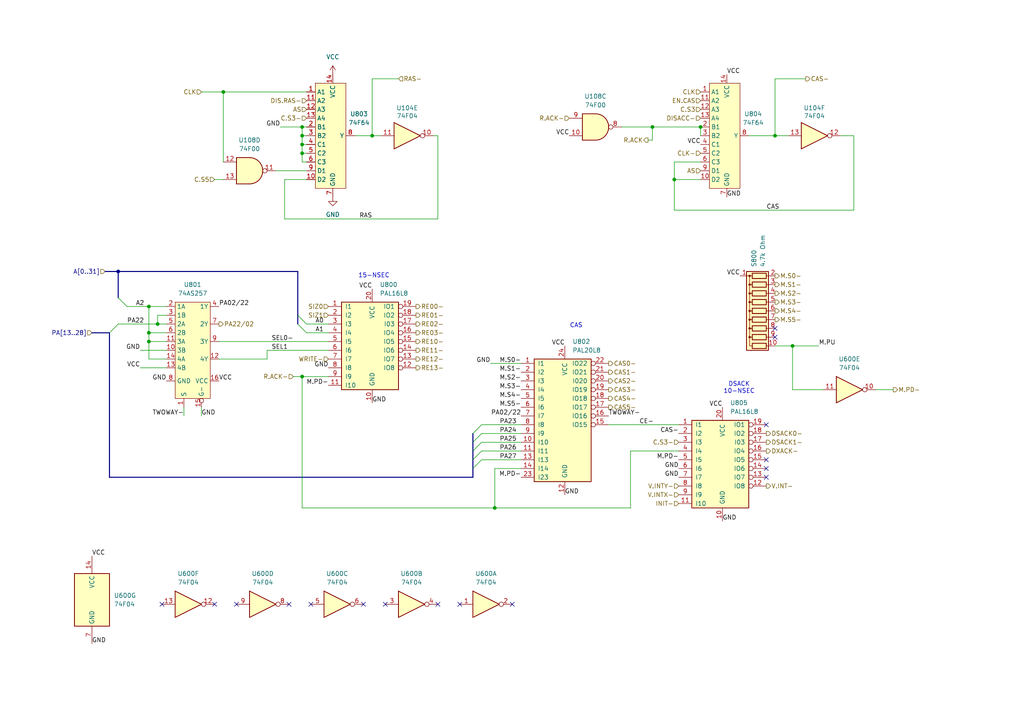
<source format=kicad_sch>
(kicad_sch (version 20231120) (generator "eeschema") (generator_version "8.0")
  (paper "A4")
  (title_block (title "Memory refresh") (date "2025-03-07") (rev "1"))
  (lib_symbols
    (symbol "Device:R_Network09" (pin_names (offset 0) hide)
      (property "Reference" "RN" (at -12.7 0 90))
      (property "Value" "R_Network09" (at 12.7 0 90))
      (symbol "R_Network09_0_1"
        (rectangle (start -11.43 -3.175) (end 11.43 3.175) (stroke (width 0.254)) (fill (type background)))
        (rectangle (start -10.922 1.524) (end -9.398 -2.54) (stroke (width 0.254)))
        (circle (center -10.16 2.286) (radius 0.254) (fill (type outline)))
        (rectangle (start -8.382 1.524) (end -6.858 -2.54) (stroke (width 0.254)))
        (circle (center -7.62 2.286) (radius 0.254) (fill (type outline)))
        (rectangle (start -5.842 1.524) (end -4.318 -2.54) (stroke (width 0.254)))
        (circle (center -5.08 2.286) (radius 0.254) (fill (type outline)))
        (rectangle (start -3.302 1.524) (end -1.778 -2.54) (stroke (width 0.254)))
        (circle (center -2.54 2.286) (radius 0.254) (fill (type outline)))
        (rectangle (start -0.762 1.524) (end 0.762 -2.54) (stroke (width 0.254)))
        (polyline (pts (xy -10.16 -2.54) (xy -10.16 -3.81)))
        (polyline (pts (xy -7.62 -2.54) (xy -7.62 -3.81)))
        (polyline (pts (xy -5.08 -2.54) (xy -5.08 -3.81)))
        (polyline (pts (xy -2.54 -2.54) (xy -2.54 -3.81)))
        (polyline (pts (xy 0 -2.54) (xy 0 -3.81)))
        (polyline (pts (xy 2.54 -2.54) (xy 2.54 -3.81)))
        (polyline (pts (xy 5.08 -2.54) (xy 5.08 -3.81)))
        (polyline (pts (xy 7.62 -2.54) (xy 7.62 -3.81)))
        (polyline (pts (xy 10.16 -2.54) (xy 10.16 -3.81)))
        (polyline (pts (xy -10.16 1.524) (xy -10.16 2.286) (xy -7.62 2.286) (xy -7.62 1.524)))
        (polyline (pts (xy -7.62 1.524) (xy -7.62 2.286) (xy -5.08 2.286) (xy -5.08 1.524)))
        (polyline (pts (xy -5.08 1.524) (xy -5.08 2.286) (xy -2.54 2.286) (xy -2.54 1.524)))
        (polyline (pts (xy -2.54 1.524) (xy -2.54 2.286) (xy 0 2.286) (xy 0 1.524)))
        (polyline (pts (xy 0 1.524) (xy 0 2.286) (xy 2.54 2.286) (xy 2.54 1.524)))
        (polyline (pts (xy 2.54 1.524) (xy 2.54 2.286) (xy 5.08 2.286) (xy 5.08 1.524)))
        (polyline (pts (xy 5.08 1.524) (xy 5.08 2.286) (xy 7.62 2.286) (xy 7.62 1.524)))
        (polyline (pts (xy 7.62 1.524) (xy 7.62 2.286) (xy 10.16 2.286) (xy 10.16 1.524)))
        (circle (center 0 2.286) (radius 0.254) (fill (type outline)))
        (rectangle (start 1.778 1.524) (end 3.302 -2.54) (stroke (width 0.254)))
        (circle (center 2.54 2.286) (radius 0.254) (fill (type outline)))
        (rectangle (start 4.318 1.524) (end 5.842 -2.54) (stroke (width 0.254)))
        (circle (center 5.08 2.286) (radius 0.254) (fill (type outline)))
        (rectangle (start 6.858 1.524) (end 8.382 -2.54) (stroke (width 0.254)))
        (circle (center 7.62 2.286) (radius 0.254) (fill (type outline)))
        (rectangle (start 9.398 1.524) (end 10.922 -2.54) (stroke (width 0.254)))
      )
      (symbol "R_Network09_1_1"
        (pin passive line (at -10.16 5.08 270) (length 2.54) (name "common") (number "1"))
        (pin passive line (at 10.16 -5.08 90) (length 1.27) (name "R9") (number "10"))
        (pin passive line (at -10.16 -5.08 90) (length 1.27) (name "R1") (number "2"))
        (pin passive line (at -7.62 -5.08 90) (length 1.27) (name "R2") (number "3"))
        (pin passive line (at -5.08 -5.08 90) (length 1.27) (name "R3") (number "4"))
        (pin passive line (at -2.54 -5.08 90) (length 1.27) (name "R4") (number "5"))
        (pin passive line (at 0 -5.08 90) (length 1.27) (name "R5") (number "6"))
        (pin passive line (at 2.54 -5.08 90) (length 1.27) (name "R6") (number "7"))
        (pin passive line (at 5.08 -5.08 90) (length 1.27) (name "R7") (number "8"))
        (pin passive line (at 7.62 -5.08 90) (length 1.27) (name "R8") (number "9"))
      )
    )
    (symbol "Logic_Programmable:PAL16L8" (pin_names (offset 1.016))
      (property "Reference" "U" (at -8.89 16.51 0))
      (property "Value" "PAL16L8" (at 1.27 16.51 0))
      (symbol "PAL16L8_0_0"
        (pin power_in line (at 0 -15.24 90) (length 3.81) (name "GND") (number "10"))
        (pin power_in line (at 0 17.78 270) (length 3.81) (name "VCC") (number "20"))
      )
      (symbol "PAL16L8_0_1"
        (rectangle (start -8.89 13.97) (end 7.62 -11.43) (stroke (width 0.254)) (fill (type background)))
      )
      (symbol "PAL16L8_1_1"
        (pin input line (at -12.7 12.7 0) (length 3.81) (name "I1") (number "1"))
        (pin input line (at -12.7 -10.16 0) (length 3.81) (name "I10") (number "11"))
        (pin tri_state inverted (at 12.7 -5.08 180) (length 5.08) (name "IO8") (number "12"))
        (pin tri_state inverted (at 12.7 -2.54 180) (length 5.08) (name "IO7") (number "13"))
        (pin tri_state inverted (at 12.7 0 180) (length 5.08) (name "IO6") (number "14"))
        (pin tri_state inverted (at 12.7 2.54 180) (length 5.08) (name "IO5") (number "15"))
        (pin tri_state inverted (at 12.7 5.08 180) (length 5.08) (name "IO4") (number "16"))
        (pin tri_state inverted (at 12.7 7.62 180) (length 5.08) (name "I03") (number "17"))
        (pin tri_state inverted (at 12.7 10.16 180) (length 5.08) (name "IO2") (number "18"))
        (pin tri_state inverted (at 12.7 12.7 180) (length 5.08) (name "IO1") (number "19"))
        (pin input line (at -12.7 10.16 0) (length 3.81) (name "I2") (number "2"))
        (pin input line (at -12.7 7.62 0) (length 3.81) (name "I3") (number "3"))
        (pin input line (at -12.7 5.08 0) (length 3.81) (name "I4") (number "4"))
        (pin input line (at -12.7 2.54 0) (length 3.81) (name "I5") (number "5"))
        (pin input line (at -12.7 0 0) (length 3.81) (name "I6") (number "6"))
        (pin input line (at -12.7 -2.54 0) (length 3.81) (name "I7") (number "7"))
        (pin input line (at -12.7 -5.08 0) (length 3.81) (name "I8") (number "8"))
        (pin input line (at -12.7 -7.62 0) (length 3.81) (name "I9") (number "9"))
      )
    )
    (symbol "Logic_Programmable:PAL20L8" (pin_names (offset 1.016))
      (property "Reference" "U" (at -8.89 21.59 0))
      (property "Value" "PAL20L8" (at 1.27 21.59 0))
      (symbol "PAL20L8_0_0"
        (pin power_in line (at 0 -20.32 90) (length 3.81) (name "GND") (number "12"))
        (pin power_in line (at 0 22.86 270) (length 3.81) (name "VCC") (number "24"))
      )
      (symbol "PAL20L8_0_1"
        (rectangle (start -8.89 19.05) (end 7.62 -16.51) (stroke (width 0.254)) (fill (type background)))
      )
      (symbol "PAL20L8_1_1"
        (pin input line (at -12.7 17.78 0) (length 3.81) (name "I1") (number "1"))
        (pin input line (at -12.7 -5.08 0) (length 3.81) (name "I10") (number "10"))
        (pin input line (at -12.7 -7.62 0) (length 3.81) (name "I11") (number "11"))
        (pin input line (at -12.7 -10.16 0) (length 3.81) (name "I13") (number "13"))
        (pin input line (at -12.7 -12.7 0) (length 3.81) (name "I14") (number "14"))
        (pin tri_state inverted (at 12.7 0 180) (length 5.08) (name "IO15") (number "15"))
        (pin tri_state inverted (at 12.7 2.54 180) (length 5.08) (name "IO16") (number "16"))
        (pin tri_state inverted (at 12.7 5.08 180) (length 5.08) (name "IO17") (number "17"))
        (pin tri_state inverted (at 12.7 7.62 180) (length 5.08) (name "IO18") (number "18"))
        (pin tri_state inverted (at 12.7 10.16 180) (length 5.08) (name "IO19") (number "19"))
        (pin input line (at -12.7 15.24 0) (length 3.81) (name "I2") (number "2"))
        (pin tri_state inverted (at 12.7 12.7 180) (length 5.08) (name "I020") (number "20"))
        (pin tri_state inverted (at 12.7 15.24 180) (length 5.08) (name "IO21") (number "21"))
        (pin tri_state inverted (at 12.7 17.78 180) (length 5.08) (name "IO22") (number "22"))
        (pin input line (at -12.7 -15.24 0) (length 3.81) (name "I23") (number "23"))
        (pin input line (at -12.7 12.7 0) (length 3.81) (name "I3") (number "3"))
        (pin input line (at -12.7 10.16 0) (length 3.81) (name "I4") (number "4"))
        (pin input line (at -12.7 7.62 0) (length 3.81) (name "I5") (number "5"))
        (pin input line (at -12.7 5.08 0) (length 3.81) (name "I6") (number "6"))
        (pin input line (at -12.7 2.54 0) (length 3.81) (name "I7") (number "7"))
        (pin input line (at -12.7 0 0) (length 3.81) (name "I8") (number "8"))
        (pin input line (at -12.7 -2.54 0) (length 3.81) (name "I9") (number "9"))
      )
    )
    (symbol "custom:74AS257"
      (property "Reference" "U" (at 0 2.286 0))
      (property "Value" "74AS257" (at 0 0 0))
      (symbol "74AS257_1_1"
        (rectangle (start -5.08 -1.27) (end 5.08 -29.21) (fill (type background)))
        (pin input line (at -2.54 -31.75 90) (length 2.54) (name "S") (number "1"))
        (pin input line (at -7.62 -15.24 0) (length 2.54) (name "3B") (number "10"))
        (pin input line (at -7.62 -12.7 0) (length 2.54) (name "3A") (number "11"))
        (pin output line (at 7.62 -17.78 180) (length 2.54) (name "4Y") (number "12"))
        (pin input line (at -7.62 -20.32 0) (length 2.54) (name "4B") (number "13"))
        (pin input line (at -7.62 -17.78 0) (length 2.54) (name "4A") (number "14"))
        (pin input inverted (at 2.54 -31.75 90) (length 2.54) (name "G-") (number "15"))
        (pin power_in line (at 7.62 -24.13 180) (length 2.54) (name "VCC") (number "16"))
        (pin input line (at -7.62 -2.54 0) (length 2.54) (name "1A") (number "2"))
        (pin input line (at -7.62 -5.08 0) (length 2.54) (name "1B") (number "3"))
        (pin output line (at 7.62 -2.54 180) (length 2.54) (name "1Y") (number "4"))
        (pin input line (at -7.62 -7.62 0) (length 2.54) (name "2A") (number "5"))
        (pin input line (at -7.62 -10.16 0) (length 2.54) (name "2B") (number "6"))
        (pin output line (at 7.62 -7.62 180) (length 2.54) (name "2Y") (number "7"))
        (pin power_in line (at -7.62 -24.13 0) (length 2.54) (name "GND") (number "8"))
        (pin output line (at 7.62 -12.7 180) (length 2.54) (name "3Y") (number "9"))
      )
    )
    (symbol "custom:74F00" (pin_names (offset 1.016))
      (property "Reference" "U" (at 0 1.27 0))
      (property "Value" "74F00" (at 0 -1.27 0))
      (symbol "74F00_1_1"
        (arc (start 0 -3.81) (mid 3.7934 0) (end 0 3.81) (stroke (width 0.254)) (fill (type background)))
        (polyline (pts (xy 0 3.81) (xy -3.81 3.81) (xy -3.81 -3.81) (xy 0 -3.81)) (stroke (width 0.254)) (fill (type background)))
        (pin input line (at -7.62 2.54 0) (length 3.81) (name "~") (number "1"))
        (pin input line (at -7.62 -2.54 0) (length 3.81) (name "~") (number "2"))
        (pin output inverted (at 7.62 0 180) (length 3.81) (name "~") (number "3"))
      )
      (symbol "74F00_1_2"
        (arc (start -3.81 -3.81) (mid -2.589 0) (end -3.81 3.81) (stroke (width 0.254)))
        (arc (start -0.6096 -3.81) (mid 2.1842 -2.5851) (end 3.81 0) (stroke (width 0.254)) (fill (type background)))
        (polyline (pts (xy -3.81 -3.81) (xy -0.635 -3.81)) (stroke (width 0.254)) (fill (type background)))
        (polyline (pts (xy -3.81 3.81) (xy -0.635 3.81)) (stroke (width 0.254)) (fill (type background)))
        (polyline (pts (xy -0.635 3.81) (xy -3.81 3.81) (xy -3.81 3.81) (xy -3.556 3.4036) (xy -3.0226 2.2606) (xy -2.6924 1.0414) (xy -2.6162 -0.254) (xy -2.7686 -1.4986) (xy -3.175 -2.7178) (xy -3.81 -3.81) (xy -3.81 -3.81) (xy -0.635 -3.81)) (stroke (width -25.4)) (fill (type background)))
        (arc (start 3.81 0) (mid 2.1915 2.5936) (end -0.6096 3.81) (stroke (width 0.254)) (fill (type background)))
        (pin input inverted (at -7.62 2.54 0) (length 4.318) (name "~") (number "1"))
        (pin input inverted (at -7.62 -2.54 0) (length 4.318) (name "~") (number "2"))
        (pin output line (at 7.62 0 180) (length 3.81) (name "~") (number "3"))
      )
      (symbol "74F00_2_1"
        (arc (start 0 -3.81) (mid 3.7934 0) (end 0 3.81) (stroke (width 0.254)) (fill (type background)))
        (polyline (pts (xy 0 3.81) (xy -3.81 3.81) (xy -3.81 -3.81) (xy 0 -3.81)) (stroke (width 0.254)) (fill (type background)))
        (pin input line (at -7.62 2.54 0) (length 3.81) (name "~") (number "4"))
        (pin input line (at -7.62 -2.54 0) (length 3.81) (name "~") (number "5"))
        (pin output inverted (at 7.62 0 180) (length 3.81) (name "~") (number "6"))
      )
      (symbol "74F00_2_2"
        (arc (start -3.81 -3.81) (mid -2.589 0) (end -3.81 3.81) (stroke (width 0.254)))
        (arc (start -0.6096 -3.81) (mid 2.1842 -2.5851) (end 3.81 0) (stroke (width 0.254)) (fill (type background)))
        (polyline (pts (xy -3.81 -3.81) (xy -0.635 -3.81)) (stroke (width 0.254)) (fill (type background)))
        (polyline (pts (xy -3.81 3.81) (xy -0.635 3.81)) (stroke (width 0.254)) (fill (type background)))
        (polyline (pts (xy -0.635 3.81) (xy -3.81 3.81) (xy -3.81 3.81) (xy -3.556 3.4036) (xy -3.0226 2.2606) (xy -2.6924 1.0414) (xy -2.6162 -0.254) (xy -2.7686 -1.4986) (xy -3.175 -2.7178) (xy -3.81 -3.81) (xy -3.81 -3.81) (xy -0.635 -3.81)) (stroke (width -25.4)) (fill (type background)))
        (arc (start 3.81 0) (mid 2.1915 2.5936) (end -0.6096 3.81) (stroke (width 0.254)) (fill (type background)))
        (pin input inverted (at -7.62 2.54 0) (length 4.318) (name "~") (number "4"))
        (pin input inverted (at -7.62 -2.54 0) (length 4.318) (name "~") (number "5"))
        (pin output line (at 7.62 0 180) (length 3.81) (name "~") (number "6"))
      )
      (symbol "74F00_3_1"
        (arc (start 0 -3.81) (mid 3.7934 0) (end 0 3.81) (stroke (width 0.254)) (fill (type background)))
        (polyline (pts (xy 0 3.81) (xy -3.81 3.81) (xy -3.81 -3.81) (xy 0 -3.81)) (stroke (width 0.254)) (fill (type background)))
        (pin input line (at -7.62 -2.54 0) (length 3.81) (name "~") (number "10"))
        (pin output inverted (at 7.62 0 180) (length 3.81) (name "~") (number "8"))
        (pin input line (at -7.62 2.54 0) (length 3.81) (name "~") (number "9"))
      )
      (symbol "74F00_3_2"
        (arc (start -3.81 -3.81) (mid -2.589 0) (end -3.81 3.81) (stroke (width 0.254)))
        (arc (start -0.6096 -3.81) (mid 2.1842 -2.5851) (end 3.81 0) (stroke (width 0.254)) (fill (type background)))
        (polyline (pts (xy -3.81 -3.81) (xy -0.635 -3.81)) (stroke (width 0.254)) (fill (type background)))
        (polyline (pts (xy -3.81 3.81) (xy -0.635 3.81)) (stroke (width 0.254)) (fill (type background)))
        (polyline (pts (xy -0.635 3.81) (xy -3.81 3.81) (xy -3.81 3.81) (xy -3.556 3.4036) (xy -3.0226 2.2606) (xy -2.6924 1.0414) (xy -2.6162 -0.254) (xy -2.7686 -1.4986) (xy -3.175 -2.7178) (xy -3.81 -3.81) (xy -3.81 -3.81) (xy -0.635 -3.81)) (stroke (width -25.4)) (fill (type background)))
        (arc (start 3.81 0) (mid 2.1915 2.5936) (end -0.6096 3.81) (stroke (width 0.254)) (fill (type background)))
        (pin input inverted (at -7.62 -2.54 0) (length 4.318) (name "~") (number "10"))
        (pin output line (at 7.62 0 180) (length 3.81) (name "~") (number "8"))
        (pin input inverted (at -7.62 2.54 0) (length 4.318) (name "~") (number "9"))
      )
      (symbol "74F00_4_1"
        (arc (start 0 -3.81) (mid 3.7934 0) (end 0 3.81) (stroke (width 0.254)) (fill (type background)))
        (polyline (pts (xy 0 3.81) (xy -3.81 3.81) (xy -3.81 -3.81) (xy 0 -3.81)) (stroke (width 0.254)) (fill (type background)))
        (pin output inverted (at 7.62 0 180) (length 3.81) (name "~") (number "11"))
        (pin input line (at -7.62 2.54 0) (length 3.81) (name "~") (number "12"))
        (pin input line (at -7.62 -2.54 0) (length 3.81) (name "~") (number "13"))
      )
      (symbol "74F00_4_2"
        (arc (start -3.81 -3.81) (mid -2.589 0) (end -3.81 3.81) (stroke (width 0.254)))
        (arc (start -0.6096 -3.81) (mid 2.1842 -2.5851) (end 3.81 0) (stroke (width 0.254)) (fill (type background)))
        (polyline (pts (xy -3.81 -3.81) (xy -0.635 -3.81)) (stroke (width 0.254)) (fill (type background)))
        (polyline (pts (xy -3.81 3.81) (xy -0.635 3.81)) (stroke (width 0.254)) (fill (type background)))
        (polyline (pts (xy -0.635 3.81) (xy -3.81 3.81) (xy -3.81 3.81) (xy -3.556 3.4036) (xy -3.0226 2.2606) (xy -2.6924 1.0414) (xy -2.6162 -0.254) (xy -2.7686 -1.4986) (xy -3.175 -2.7178) (xy -3.81 -3.81) (xy -3.81 -3.81) (xy -0.635 -3.81)) (stroke (width -25.4)) (fill (type background)))
        (arc (start 3.81 0) (mid 2.1915 2.5936) (end -0.6096 3.81) (stroke (width 0.254)) (fill (type background)))
        (pin output line (at 7.62 0 180) (length 3.81) (name "~") (number "11"))
        (pin input inverted (at -7.62 2.54 0) (length 4.318) (name "~") (number "12"))
        (pin input inverted (at -7.62 -2.54 0) (length 4.318) (name "~") (number "13"))
      )
      (symbol "74F00_5_0"
        (pin power_in line (at 0 12.7 270) (length 5.08) (name "VCC") (number "14"))
        (pin power_in line (at 0 -12.7 90) (length 5.08) (name "GND") (number "7"))
      )
      (symbol "74F00_5_1"
        (rectangle (start -5.08 7.62) (end 5.08 -7.62) (stroke (width 0.254)) (fill (type background)))
      )
    )
    (symbol "custom:74F04"
      (property "Reference" "U" (at 0 1.27 0))
      (property "Value" "74F04" (at 0 -1.27 0))
      (symbol "74F04_1_0"
        (polyline (pts (xy -3.81 3.81) (xy -3.81 -3.81) (xy 3.81 0) (xy -3.81 3.81)) (stroke (width 0.254)) (fill (type background)))
        (pin input line (at -7.62 0 0) (length 3.81) (name "~") (number "1"))
        (pin output inverted (at 7.62 0 180) (length 3.81) (name "~") (number "2"))
      )
      (symbol "74F04_2_0"
        (polyline (pts (xy -3.81 3.81) (xy -3.81 -3.81) (xy 3.81 0) (xy -3.81 3.81)) (stroke (width 0.254)) (fill (type background)))
        (pin input line (at -7.62 0 0) (length 3.81) (name "~") (number "3"))
        (pin output inverted (at 7.62 0 180) (length 3.81) (name "~") (number "4"))
      )
      (symbol "74F04_3_0"
        (polyline (pts (xy -3.81 3.81) (xy -3.81 -3.81) (xy 3.81 0) (xy -3.81 3.81)) (stroke (width 0.254)) (fill (type background)))
        (pin input line (at -7.62 0 0) (length 3.81) (name "~") (number "5"))
        (pin output inverted (at 7.62 0 180) (length 3.81) (name "~") (number "6"))
      )
      (symbol "74F04_4_0"
        (polyline (pts (xy -3.81 3.81) (xy -3.81 -3.81) (xy 3.81 0) (xy -3.81 3.81)) (stroke (width 0.254)) (fill (type background)))
        (pin output inverted (at 7.62 0 180) (length 3.81) (name "~") (number "8"))
        (pin input line (at -7.62 0 0) (length 3.81) (name "~") (number "9"))
      )
      (symbol "74F04_5_0"
        (polyline (pts (xy -3.81 3.81) (xy -3.81 -3.81) (xy 3.81 0) (xy -3.81 3.81)) (stroke (width 0.254)) (fill (type background)))
        (pin output inverted (at 7.62 0 180) (length 3.81) (name "~") (number "10"))
        (pin input line (at -7.62 0 0) (length 3.81) (name "~") (number "11"))
      )
      (symbol "74F04_6_0"
        (polyline (pts (xy -3.81 3.81) (xy -3.81 -3.81) (xy 3.81 0) (xy -3.81 3.81)) (stroke (width 0.254)) (fill (type background)))
        (pin output inverted (at 7.62 0 180) (length 3.81) (name "~") (number "12"))
        (pin input line (at -7.62 0 0) (length 3.81) (name "~") (number "13"))
      )
      (symbol "74F04_7_0"
        (pin power_in line (at 0 12.7 270) (length 5.08) (name "VCC") (number "14"))
        (pin power_in line (at 0 -12.7 90) (length 5.08) (name "GND") (number "7"))
      )
      (symbol "74F04_7_1"
        (rectangle (start -5.08 7.62) (end 5.08 -7.62) (stroke (width 0.254)) (fill (type background)))
      )
    )
    (symbol "custom:74F64"
      (property "Reference" "U" (at 3.81 2.032 0))
      (property "Value" "74F64" (at 5.08 -0.254 0))
      (symbol "74F64_1_1"
        (rectangle (start -3.81 -1.27) (end 5.08 -31.75) (fill (type background)))
        (pin input line (at -6.35 -3.81 0) (length 2.54) (name "A1") (number "1"))
        (pin input line (at -6.35 -29.21 0) (length 2.54) (name "D2") (number "10"))
        (pin input line (at -6.35 -6.35 0) (length 2.54) (name "A2") (number "11"))
        (pin input line (at -6.35 -8.89 0) (length 2.54) (name "A3") (number "12"))
        (pin input line (at -6.35 -11.43 0) (length 2.54) (name "A4") (number "13"))
        (pin power_in line (at 1.27 1.27 270) (length 2.54) (name "VCC") (number "14"))
        (pin input line (at -6.35 -13.97 0) (length 2.54) (name "B1") (number "2"))
        (pin input line (at -6.35 -16.51 0) (length 2.54) (name "B2") (number "3"))
        (pin input line (at -6.35 -19.05 0) (length 2.54) (name "C1") (number "4"))
        (pin input line (at -6.35 -21.59 0) (length 2.54) (name "C2") (number "5"))
        (pin input line (at -6.35 -24.13 0) (length 2.54) (name "C3") (number "6"))
        (pin power_in line (at 1.27 -34.29 90) (length 2.54) (name "GND") (number "7"))
        (pin output line (at 7.62 -16.51 180) (length 2.54) (name "Y") (number "8"))
        (pin input line (at -6.35 -26.67 0) (length 2.54) (name "D1") (number "9"))
      )
    )
    (symbol "power:GND" (power) (pin_numbers hide) (pin_names (offset 0) hide)
      (property "Value" "GND" (at 0 -3.81 0))
      (symbol "GND_0_1"
        (polyline (pts (xy 0 0) (xy 0 -1.27) (xy 1.27 -1.27) (xy 0 -2.54) (xy -1.27 -1.27) (xy 0 -1.27)))
      )
      (symbol "GND_1_1"
        (pin power_in line (at 0 0 270) (length 0) (name "~") (number "1"))
      )
    )
    (symbol "power:VCC" (power) (pin_numbers hide) (pin_names (offset 0) hide)
      (property "Value" "VCC" (at 0 3.556 0))
      (symbol "VCC_0_1"
        (polyline (pts (xy -0.762 1.27) (xy 0 2.54)))
        (polyline (pts (xy 0 0) (xy 0 2.54)))
        (polyline (pts (xy 0 2.54) (xy 0.762 1.27)))
      )
      (symbol "VCC_1_1"
        (pin power_in line (at 0 0 90) (length 0) (name "~") (number "1"))
      )
    )
  )
  (junction (at 107.95 39.37))
  (junction (at 87.63 109.22))
  (junction (at 229.87 100.33))
  (junction (at 195.58 52.07))
  (junction (at 203.2 36.83))
  (junction (at 143.51 147.32))
  (junction (at 34.29 78.74))
  (junction (at 224.79 39.37))
  (junction (at 43.18 96.52))
  (junction (at 43.18 88.9))
  (junction (at 45.72 93.98))
  (junction (at 87.63 44.45))
  (junction (at 87.63 39.37))
  (junction (at 64.77 26.67))
  (junction (at 87.63 36.83))
  (junction (at 43.18 99.06))
  (junction (at 87.63 41.91))
  (junction (at 189.23 36.83))
  (no_connect (at 148.59 175.26))
  (no_connect (at 83.82 175.26))
  (no_connect (at 133.35 175.26))
  (no_connect (at 111.76 175.26))
  (no_connect (at 224.79 97.79))
  (no_connect (at 222.25 133.35))
  (no_connect (at 127 175.26))
  (no_connect (at 222.25 138.43))
  (no_connect (at 224.79 95.25))
  (no_connect (at 90.17 175.26))
  (no_connect (at 222.25 135.89))
  (no_connect (at 62.23 175.26))
  (no_connect (at 105.41 175.26))
  (no_connect (at 68.58 175.26))
  (no_connect (at 46.99 175.26))
  (no_connect (at 222.25 123.19))
  (bus_entry (at 86.36 93.98) (size 2.54 2.54))
  (bus_entry (at 86.36 91.44) (size 2.54 2.54))
  (bus_entry (at 137.16 128.27) (size 2.54 -2.54))
  (bus_entry (at 137.16 133.35) (size 2.54 -2.54))
  (bus_entry (at 137.16 130.81) (size 2.54 -2.54))
  (bus_entry (at 34.29 86.36) (size 2.54 2.54))
  (bus_entry (at 31.75 96.52) (size 2.54 -2.54))
  (bus_entry (at 137.16 125.73) (size 2.54 -2.54))
  (bus_entry (at 137.16 135.89) (size 2.54 -2.54))
  (wire (pts (xy 58.42 120.65) (xy 58.42 118.11)))
  (wire (pts (xy 139.7 128.27) (xy 151.13 128.27)))
  (wire (pts (xy 36.83 88.9) (xy 43.18 88.9)))
  (wire (pts (xy 143.51 135.89) (xy 143.51 147.32)))
  (wire (pts (xy 224.79 22.86) (xy 233.68 22.86)))
  (wire (pts (xy 87.63 109.22) (xy 87.63 147.32)))
  (wire (pts (xy 77.47 101.6) (xy 95.25 101.6)))
  (wire (pts (xy 182.88 147.32) (xy 182.88 130.81)))
  (wire (pts (xy 87.63 41.91) (xy 87.63 44.45)))
  (wire (pts (xy 87.63 39.37) (xy 87.63 41.91)))
  (wire (pts (xy 243.84 39.37) (xy 247.65 39.37)))
  (wire (pts (xy 139.7 125.73) (xy 151.13 125.73)))
  (wire (pts (xy 85.09 109.22) (xy 87.63 109.22)))
  (wire (pts (xy 43.18 99.06) (xy 43.18 104.14)))
  (wire (pts (xy 143.51 147.32) (xy 182.88 147.32)))
  (wire (pts (xy 63.5 104.14) (xy 77.47 104.14)))
  (wire (pts (xy 102.87 39.37) (xy 107.95 39.37)))
  (wire (pts (xy 217.17 39.37) (xy 224.79 39.37)))
  (wire (pts (xy 58.42 26.67) (xy 64.77 26.67)))
  (wire (pts (xy 195.58 60.96) (xy 195.58 52.07)))
  (wire (pts (xy 43.18 96.52) (xy 43.18 99.06)))
  (wire (pts (xy 82.55 52.07) (xy 88.9 52.07)))
  (bus (pts (xy 137.16 135.89) (xy 137.16 138.43)))
  (wire (pts (xy 139.7 130.81) (xy 151.13 130.81)))
  (wire (pts (xy 87.63 147.32) (xy 143.51 147.32)))
  (wire (pts (xy 64.77 26.67) (xy 88.9 26.67)))
  (bus (pts (xy 137.16 125.73) (xy 137.16 128.27)))
  (wire (pts (xy 88.9 93.98) (xy 95.25 93.98)))
  (wire (pts (xy 139.7 123.19) (xy 151.13 123.19)))
  (wire (pts (xy 77.47 104.14) (xy 77.47 101.6)))
  (wire (pts (xy 107.95 39.37) (xy 110.49 39.37)))
  (wire (pts (xy 195.58 46.99) (xy 203.2 46.99)))
  (bus (pts (xy 137.16 133.35) (xy 137.16 135.89)))
  (bus (pts (xy 34.29 78.74) (xy 86.36 78.74)))
  (wire (pts (xy 107.95 22.86) (xy 115.57 22.86)))
  (wire (pts (xy 259.08 113.03) (xy 254 113.03)))
  (wire (pts (xy 40.64 101.6) (xy 48.26 101.6)))
  (wire (pts (xy 195.58 52.07) (xy 203.2 52.07)))
  (wire (pts (xy 142.24 105.41) (xy 151.13 105.41)))
  (wire (pts (xy 87.63 109.22) (xy 95.25 109.22)))
  (wire (pts (xy 64.77 52.07) (xy 62.23 52.07)))
  (bus (pts (xy 26.67 96.52) (xy 31.75 96.52)))
  (wire (pts (xy 189.23 40.64) (xy 189.23 36.83)))
  (wire (pts (xy 229.87 100.33) (xy 237.49 100.33)))
  (wire (pts (xy 40.64 106.68) (xy 48.26 106.68)))
  (wire (pts (xy 224.79 39.37) (xy 228.6 39.37)))
  (wire (pts (xy 63.5 99.06) (xy 95.25 99.06)))
  (wire (pts (xy 43.18 99.06) (xy 48.26 99.06)))
  (wire (pts (xy 125.73 39.37) (xy 127 39.37)))
  (bus (pts (xy 86.36 91.44) (xy 86.36 93.98)))
  (wire (pts (xy 34.29 93.98) (xy 45.72 93.98)))
  (wire (pts (xy 87.63 44.45) (xy 88.9 44.45)))
  (wire (pts (xy 224.79 39.37) (xy 224.79 22.86)))
  (wire (pts (xy 43.18 88.9) (xy 48.26 88.9)))
  (wire (pts (xy 88.9 96.52) (xy 95.25 96.52)))
  (wire (pts (xy 87.63 46.99) (xy 88.9 46.99)))
  (wire (pts (xy 139.7 133.35) (xy 151.13 133.35)))
  (wire (pts (xy 189.23 36.83) (xy 180.34 36.83)))
  (wire (pts (xy 151.13 135.89) (xy 143.51 135.89)))
  (bus (pts (xy 137.16 128.27) (xy 137.16 130.81)))
  (wire (pts (xy 176.53 123.19) (xy 196.85 123.19)))
  (bus (pts (xy 30.48 78.74) (xy 34.29 78.74)))
  (wire (pts (xy 43.18 88.9) (xy 43.18 96.52)))
  (bus (pts (xy 137.16 130.81) (xy 137.16 133.35)))
  (wire (pts (xy 182.88 130.81) (xy 196.85 130.81)))
  (wire (pts (xy 195.58 52.07) (xy 195.58 46.99)))
  (wire (pts (xy 229.87 113.03) (xy 238.76 113.03)))
  (wire (pts (xy 189.23 36.83) (xy 203.2 36.83)))
  (wire (pts (xy 43.18 96.52) (xy 48.26 96.52)))
  (bus (pts (xy 137.16 138.43) (xy 31.75 138.43)))
  (wire (pts (xy 45.72 91.44) (xy 48.26 91.44)))
  (wire (pts (xy 82.55 63.5) (xy 82.55 52.07)))
  (wire (pts (xy 247.65 60.96) (xy 195.58 60.96)))
  (wire (pts (xy 203.2 36.83) (xy 203.2 39.37)))
  (wire (pts (xy 45.72 93.98) (xy 48.26 93.98)))
  (wire (pts (xy 53.34 120.65) (xy 53.34 118.11)))
  (bus (pts (xy 86.36 78.74) (xy 86.36 91.44)))
  (wire (pts (xy 247.65 39.37) (xy 247.65 60.96)))
  (wire (pts (xy 87.63 41.91) (xy 88.9 41.91)))
  (bus (pts (xy 34.29 78.74) (xy 34.29 86.36)))
  (bus (pts (xy 31.75 138.43) (xy 31.75 96.52)))
  (wire (pts (xy 87.63 39.37) (xy 88.9 39.37)))
  (wire (pts (xy 87.63 44.45) (xy 87.63 46.99)))
  (wire (pts (xy 187.96 40.64) (xy 189.23 40.64)))
  (wire (pts (xy 87.63 36.83) (xy 88.9 36.83)))
  (wire (pts (xy 127 63.5) (xy 82.55 63.5)))
  (wire (pts (xy 80.01 49.53) (xy 88.9 49.53)))
  (wire (pts (xy 229.87 100.33) (xy 229.87 113.03)))
  (wire (pts (xy 127 39.37) (xy 127 63.5)))
  (wire (pts (xy 107.95 39.37) (xy 107.95 22.86)))
  (wire (pts (xy 43.18 104.14) (xy 48.26 104.14)))
  (wire (pts (xy 87.63 36.83) (xy 87.63 39.37)))
  (wire (pts (xy 64.77 26.67) (xy 64.77 46.99)))
  (wire (pts (xy 224.79 100.33) (xy 229.87 100.33)))
  (wire (pts (xy 45.72 93.98) (xy 45.72 91.44)))
  (wire (pts (xy 81.28 36.83) (xy 87.63 36.83)))
  (text "DSACK\n10-NSEC" (at 214.376 112.522 0) (effects (font (size 1.27 1.27))))
  (text "CAS" (at 167.132 94.488 0) (effects (font (size 1.27 1.27))))
  (text "15-NSEC" (at 108.458 80.01 0) (effects (font (size 1.27 1.27))))
  (label "PA23" (at 149.86 123.19 180))
  (label "SEL1" (at 78.74 101.6 0))
  (label "GND" (at 107.95 116.84 0))
  (label "TWOWAY-" (at 53.34 120.65 180))
  (label "PA26" (at 149.86 130.81 180))
  (label "GND" (at 95.25 106.68 180))
  (label "GND" (at 142.24 105.41 180))
  (label "GND" (at 196.85 135.89 180))
  (label "VCC" (at 209.55 118.11 180))
  (label "RAS" (at 107.95 63.5 180))
  (label "VCC" (at 107.95 83.82 180))
  (label "GND" (at 196.85 138.43 180))
  (label "GND" (at 58.42 120.65 0))
  (label "A1" (at 91.44 96.52 0))
  (label "VCC" (at 40.64 106.68 180))
  (label "M.S3-" (at 151.13 113.03 180))
  (label "GND" (at 163.83 143.51 0))
  (label "GND" (at 210.82 57.15 0))
  (label "PA02{slash}22" (at 63.5 88.9 0))
  (label "M.S1-" (at 151.13 107.95 180))
  (label "M.PU" (at 237.49 100.33 0))
  (label "M.PD-" (at 196.85 133.35 180))
  (label "M.S0-" (at 151.13 105.41 180))
  (label "CAS" (at 226.06 60.96 180))
  (label "M.S5-" (at 151.13 118.11 180))
  (label "GND" (at 48.26 110.49 180))
  (label "PA27" (at 149.86 133.35 180))
  (label "CE-" (at 185.42 123.19 0))
  (label "SEL0-" (at 78.74 99.06 0))
  (label "VCC" (at 214.63 80.01 180))
  (label "PA25" (at 149.86 128.27 180))
  (label "GND" (at 40.64 101.6 180))
  (label "GND" (at 81.28 36.83 180))
  (label "CAS-" (at 196.85 125.73 180))
  (label "M.PD-" (at 151.13 138.43 180))
  (label "GND" (at 26.67 186.69 0))
  (label "A0" (at 91.44 93.98 0))
  (label "M.S2-" (at 151.13 110.49 180))
  (label "M.PD-" (at 95.25 111.76 180))
  (label "VCC" (at 26.67 161.29 0))
  (label "A2" (at 39.37 88.9 0))
  (label "PA02{slash}22" (at 151.13 120.65 180))
  (label "TWOWAY-" (at 176.53 120.65 0))
  (label "VCC" (at 165.1 39.37 180))
  (label "PA22" (at 36.83 93.98 0))
  (label "M.S4-" (at 151.13 115.57 180))
  (label "VCC" (at 210.82 21.59 0))
  (label "VCC" (at 203.2 41.91 180))
  (label "PA24" (at 149.86 125.73 180))
  (label "VCC" (at 63.5 110.49 0))
  (label "VCC" (at 163.83 100.33 180))
  (label "GND" (at 209.55 151.13 0))
  (hierarchical_label "M.PD-" (shape output) (at 259.08 113.03 0))
  (hierarchical_label "A[0..31]" (shape input) (at 30.48 78.74 180))
  (hierarchical_label "M.S0-" (shape output) (at 224.79 80.01 0))
  (hierarchical_label "RE11-" (shape output) (at 120.65 101.6 0))
  (hierarchical_label "R.ACK-" (shape input) (at 165.1 34.29 180))
  (hierarchical_label "V.INTX-" (shape input) (at 196.85 143.51 180))
  (hierarchical_label "DXACK-" (shape output) (at 222.25 130.81 0))
  (hierarchical_label "R.ACK-" (shape input) (at 85.09 109.22 180))
  (hierarchical_label "CAS-" (shape output) (at 233.68 22.86 0))
  (hierarchical_label "CLK" (shape input) (at 58.42 26.67 180))
  (hierarchical_label "RAS-" (shape input) (at 115.57 22.86 0))
  (hierarchical_label "DSACK0-" (shape output) (at 222.25 125.73 0))
  (hierarchical_label "DSACK1-" (shape output) (at 222.25 128.27 0))
  (hierarchical_label "RE02-" (shape output) (at 120.65 93.98 0))
  (hierarchical_label "DIS.RAS-" (shape input) (at 88.9 29.21 180))
  (hierarchical_label "R.ACK" (shape output) (at 187.96 40.64 180))
  (hierarchical_label "M.S1-" (shape output) (at 224.79 82.55 0))
  (hierarchical_label "PA22{slash}02" (shape output) (at 63.5 93.98 0))
  (hierarchical_label "SIZ0" (shape input) (at 95.25 88.9 180))
  (hierarchical_label "EN.CAS" (shape input) (at 203.2 29.21 180))
  (hierarchical_label "AS" (shape input) (at 88.9 31.75 180))
  (hierarchical_label "M.S2-" (shape output) (at 224.79 85.09 0))
  (hierarchical_label "CAS0-" (shape output) (at 176.53 105.41 0))
  (hierarchical_label "DISACC-" (shape input) (at 203.2 34.29 180))
  (hierarchical_label "V.INT-" (shape output) (at 222.25 140.97 0))
  (hierarchical_label "INIT-" (shape input) (at 196.85 146.05 180))
  (hierarchical_label "CAS4-" (shape output) (at 176.53 115.57 0))
  (hierarchical_label "RE03-" (shape output) (at 120.65 96.52 0))
  (hierarchical_label "CLK-" (shape input) (at 203.2 44.45 180))
  (hierarchical_label "C.S3-" (shape input) (at 196.85 128.27 180))
  (hierarchical_label "AS" (shape input) (at 203.2 49.53 180))
  (hierarchical_label "CAS2-" (shape output) (at 176.53 110.49 0))
  (hierarchical_label "RE13-" (shape output) (at 120.65 106.68 0))
  (hierarchical_label "WRITE-" (shape input) (at 95.25 104.14 180))
  (hierarchical_label "M.S4-" (shape output) (at 224.79 90.17 0))
  (hierarchical_label "PA[13..28]" (shape input) (at 26.67 96.52 180))
  (hierarchical_label "CAS1-" (shape output) (at 176.53 107.95 0))
  (hierarchical_label "RE12-" (shape output) (at 120.65 104.14 0))
  (hierarchical_label "RE10-" (shape output) (at 120.65 99.06 0))
  (hierarchical_label "C.S5" (shape input) (at 62.23 52.07 180))
  (hierarchical_label "C.S3" (shape input) (at 203.2 31.75 180))
  (hierarchical_label "V.INTY-" (shape input) (at 196.85 140.97 180))
  (hierarchical_label "SIZ1" (shape input) (at 95.25 91.44 180))
  (hierarchical_label "RE00-" (shape output) (at 120.65 88.9 0))
  (hierarchical_label "C.S3-" (shape input) (at 88.9 34.29 180))
  (hierarchical_label "M.S3-" (shape output) (at 224.79 87.63 0))
  (hierarchical_label "CAS3-" (shape output) (at 176.53 113.03 0))
  (hierarchical_label "CLK" (shape input) (at 203.2 26.67 180))
  (hierarchical_label "CAS5-" (shape output) (at 176.53 118.11 0))
  (hierarchical_label "M.S5-" (shape output) (at 224.79 92.71 0))
  (hierarchical_label "RE01-" (shape output) (at 120.65 91.44 0))
  (symbol (lib_id "custom:74F04") (at 246.38 113.03 0) (unit 5)
    (property "Reference" "U600" (at 246.38 104.14 0))
    (property "Value" "74F04" (at 246.38 106.68 0))
    (property "Footprint" "Package_DIP:DIP-14_W7.62mm" (effects (hide yes)))
    (property "Datasheet" "http://www.ti.com/lit/gpn/sn74LS04" (effects (hide yes)))
    (property "Description" "Hex Inverter" (effects (hide yes)))
  )
  (symbol (lib_id "custom:74F64") (at 95.25 22.86 0) (unit 1)
    (property "Reference" "U803" (at 104.14 33.0514 0))
    (property "Value" "74F64" (at 104.14 35.5914 0))
    (property "Footprint" "Package_DIP:DIP-14_W7.62mm" (effects (hide yes)))
    (property "Datasheet" "https://media.digikey.com/pdf/Data%20Sheets/Fairchild%20PDFs/74F64.pdf" (effects (hide yes)))
  )
  (symbol (lib_id "custom:74F04") (at 119.38 175.26 0) (unit 2)
    (property "Reference" "U600" (at 119.38 166.37 0))
    (property "Value" "74F04" (at 119.38 168.91 0))
    (property "Footprint" "Package_DIP:DIP-14_W7.62mm" (effects (hide yes)))
    (property "Datasheet" "http://www.ti.com/lit/gpn/sn74LS04" (effects (hide yes)))
    (property "Description" "Hex Inverter" (effects (hide yes)))
  )
  (symbol (lib_id "power:GND") (at 96.52 57.15 0) (unit 1)
    (property "Reference" "#PWR017" (effects (hide yes)))
    (property "Value" "GND" (at 96.52 62.23 0))
    (property "Description" "Power symbol creates a global label with name \"GND\" , ground" (effects (hide yes)))
  )
  (symbol (lib_id "custom:74F04") (at 140.97 175.26 0) (unit 1)
    (property "Reference" "U600" (at 140.97 166.37 0))
    (property "Value" "74F04" (at 140.97 168.91 0))
    (property "Footprint" "Package_DIP:DIP-14_W7.62mm" (effects (hide yes)))
    (property "Datasheet" "http://www.ti.com/lit/gpn/sn74LS04" (effects (hide yes)))
    (property "Description" "Hex Inverter" (effects (hide yes)))
  )
  (symbol (lib_id "custom:74F04") (at 54.61 175.26 0) (unit 6)
    (property "Reference" "U600" (at 54.61 166.37 0))
    (property "Value" "74F04" (at 54.61 168.91 0))
    (property "Footprint" "Package_DIP:DIP-14_W7.62mm" (effects (hide yes)))
    (property "Datasheet" "http://www.ti.com/lit/gpn/sn74LS04" (effects (hide yes)))
    (property "Description" "Hex Inverter" (effects (hide yes)))
  )
  (symbol (lib_id "custom:74F04") (at 76.2 175.26 0) (unit 4)
    (property "Reference" "U600" (at 76.2 166.37 0))
    (property "Value" "74F04" (at 76.2 168.91 0))
    (property "Footprint" "Package_DIP:DIP-14_W7.62mm" (effects (hide yes)))
    (property "Datasheet" "http://www.ti.com/lit/gpn/sn74LS04" (effects (hide yes)))
    (property "Description" "Hex Inverter" (effects (hide yes)))
  )
  (symbol (lib_id "custom:74F04") (at 26.67 173.99 0) (unit 7)
    (property "Reference" "U600" (at 33.02 172.7199 0) (effects (justify left)))
    (property "Value" "74F04" (at 33.02 175.2599 0) (effects (justify left)))
    (property "Footprint" "Package_DIP:DIP-14_W7.62mm" (effects (hide yes)))
    (property "Datasheet" "http://www.ti.com/lit/gpn/sn74LS04" (effects (hide yes)))
    (property "Description" "Hex Inverter" (effects (hide yes)))
  )
  (symbol (lib_id "Device:R_Network09") (at 219.71 90.17 90) (mirror x) (unit 1)
    (property "Reference" "S800" (at 218.6939 77.47 0) (effects (justify right)))
    (property "Value" "4.7k Ohm" (at 221.2339 77.47 0) (effects (justify right)))
    (property "Footprint" "Resistor_THT:R_Array_SIP10" (effects (hide yes)))
    (property "Datasheet" "http://www.vishay.com/docs/31509/csc.pdf" (effects (hide yes)))
    (property "Description" "9 resistor network, star topology, bussed resistors, small symbol" (effects (hide yes)))
  )
  (symbol (lib_id "custom:74F04") (at 118.11 39.37 0) (unit 5)
    (property "Reference" "U104" (at 118.11 31.3182 0))
    (property "Value" "74F04" (at 118.11 33.6296 0))
    (property "Footprint" "Package_DIP:DIP-14_W7.62mm" (effects (hide yes)))
    (property "Datasheet" "http://www.ti.com/lit/gpn/sn74LS04" (effects (hide yes)))
  )
  (symbol (lib_id "custom:74F64") (at 209.55 22.86 0) (unit 1)
    (property "Reference" "U804" (at 218.44 33.0514 0))
    (property "Value" "74F64" (at 218.44 35.5914 0))
    (property "Footprint" "Package_DIP:DIP-14_W7.62mm" (effects (hide yes)))
    (property "Datasheet" "https://media.digikey.com/pdf/Data%20Sheets/Fairchild%20PDFs/74F64.pdf" (effects (hide yes)))
  )
  (symbol (lib_id "custom:74F00") (at 72.39 49.53 0) (unit 4)
    (property "Reference" "U108" (at 72.3817 40.64 0))
    (property "Value" "74F00" (at 72.3817 43.18 0))
    (property "Footprint" "Package_DIP:DIP-14_W7.62mm" (effects (hide yes)))
    (property "Datasheet" "http://www.ti.com/lit/gpn/sn74ls00" (effects (hide yes)))
    (property "Description" "quad 2-input NAND gate" (effects (hide yes)))
  )
  (symbol (lib_id "Logic_Programmable:PAL20L8") (at 163.83 123.19 0) (unit 1)
    (property "Reference" "U802" (at 166.0241 99.06 0) (effects (justify left)))
    (property "Value" "PAL20L8" (at 166.0241 101.6 0) (effects (justify left)))
    (property "Footprint" "Package_DIP:DIP-24_W7.62mm" (effects (hide yes)))
    (property "Description" "Programmable Logic Array, DIP-24" (effects (hide yes)))
  )
  (symbol (lib_id "Logic_Programmable:PAL16L8") (at 107.95 101.6 0) (unit 1)
    (property "Reference" "U800" (at 110.1441 82.55 0) (effects (justify left)))
    (property "Value" "PAL16L8" (at 110.1441 85.09 0) (effects (justify left)))
    (property "Footprint" "Package_DIP:DIP-20_W7.62mm" (effects (hide yes)))
    (property "Description" "Programmable Logic Array, DIP-20" (effects (hide yes)))
  )
  (symbol (lib_id "custom:74F04") (at 236.22 39.37 0) (unit 6)
    (property "Reference" "U104" (at 236.22 31.3182 0))
    (property "Value" "74F04" (at 236.22 33.6296 0))
    (property "Footprint" "Package_DIP:DIP-14_W7.62mm" (effects (hide yes)))
    (property "Datasheet" "http://www.ti.com/lit/gpn/sn74LS04" (effects (hide yes)))
  )
  (symbol (lib_id "custom:74F00") (at 172.72 36.83 0) (unit 3)
    (property "Reference" "U108" (at 172.7117 27.94 0))
    (property "Value" "74F00" (at 172.7117 30.48 0))
    (property "Footprint" "Package_DIP:DIP-14_W7.62mm" (effects (hide yes)))
    (property "Datasheet" "http://www.ti.com/lit/gpn/sn74ls00" (effects (hide yes)))
    (property "Description" "quad 2-input NAND gate" (effects (hide yes)))
  )
  (symbol (lib_id "Logic_Programmable:PAL16L8") (at 209.55 135.89 0) (unit 1)
    (property "Reference" "U805" (at 211.7441 116.84 0) (effects (justify left)))
    (property "Value" "PAL16L8" (at 211.7441 119.38 0) (effects (justify left)))
    (property "Footprint" "Package_DIP:DIP-20_W7.62mm" (effects (hide yes)))
    (property "Description" "Programmable Logic Array, DIP-20" (effects (hide yes)))
  )
  (symbol (lib_id "custom:74AS257") (at 55.88 86.36 0) (unit 1)
    (property "Reference" "U801" (at 55.88 82.55 0))
    (property "Value" "74AS257" (at 55.88 85.09 0))
    (property "Footprint" "Package_DIP:DIP-16_W7.62mm" (effects (hide yes)))
    (property "Datasheet" "https://www.ti.com/lit/ds/symlink/sn54als257a.pdf?ts=1740512058610" (effects (hide yes)))
  )
  (symbol (lib_id "power:VCC") (at 96.52 21.59 0) (unit 1)
    (property "Reference" "#PWR016" (effects (hide yes)))
    (property "Value" "VCC" (at 96.52 16.51 0))
    (property "Description" "Power symbol creates a global label with name \"VCC\"" (effects (hide yes)))
  )
  (symbol (lib_id "custom:74F04") (at 97.79 175.26 0) (unit 3)
    (property "Reference" "U600" (at 97.79 166.37 0))
    (property "Value" "74F04" (at 97.79 168.91 0))
    (property "Footprint" "Package_DIP:DIP-14_W7.62mm" (effects (hide yes)))
    (property "Datasheet" "http://www.ti.com/lit/gpn/sn74LS04" (effects (hide yes)))
    (property "Description" "Hex Inverter" (effects (hide yes)))
  )
)
</source>
